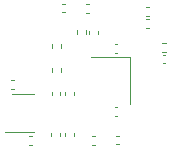
<source format=gbo>
%TF.GenerationSoftware,KiCad,Pcbnew,(5.1.10)-1*%
%TF.CreationDate,2021-11-23T23:34:30+08:00*%
%TF.ProjectId,ST-Link_v2-1,53542d4c-696e-46b5-9f76-322d312e6b69,rev?*%
%TF.SameCoordinates,Original*%
%TF.FileFunction,Legend,Bot*%
%TF.FilePolarity,Positive*%
%FSLAX46Y46*%
G04 Gerber Fmt 4.6, Leading zero omitted, Abs format (unit mm)*
G04 Created by KiCad (PCBNEW (5.1.10)-1) date 2021-11-23 23:34:30*
%MOMM*%
%LPD*%
G01*
G04 APERTURE LIST*
%ADD10C,0.120000*%
%ADD11R,1.200000X1.400000*%
%ADD12R,1.060000X0.650000*%
%ADD13R,1.850000X1.180000*%
%ADD14R,1.850000X0.300000*%
%ADD15R,1.250000X0.300000*%
G04 APERTURE END LIST*
D10*
%TO.C,Y1*%
X182371000Y-109887000D02*
X182371000Y-113887000D01*
X179071000Y-109887000D02*
X182371000Y-109887000D01*
%TO.C,U2*%
X174255000Y-116291000D02*
X171805000Y-116291000D01*
X172455000Y-113071000D02*
X174255000Y-113071000D01*
%TO.C,R20*%
X175769000Y-111151641D02*
X175769000Y-110844359D01*
X176529000Y-111151641D02*
X176529000Y-110844359D01*
%TO.C,R19*%
X176912000Y-113163641D02*
X176912000Y-112856359D01*
X177672000Y-113163641D02*
X177672000Y-112856359D01*
%TO.C,R16*%
X172312359Y-111888000D02*
X172619641Y-111888000D01*
X172312359Y-112648000D02*
X172619641Y-112648000D01*
%TO.C,R15*%
X185446641Y-109473000D02*
X185139359Y-109473000D01*
X185446641Y-108713000D02*
X185139359Y-108713000D01*
%TO.C,R13*%
X175759000Y-116650641D02*
X175759000Y-116343359D01*
X176519000Y-116650641D02*
X176519000Y-116343359D01*
%TO.C,R8*%
X176912000Y-116650641D02*
X176912000Y-116343359D01*
X177672000Y-116650641D02*
X177672000Y-116343359D01*
%TO.C,R7*%
X177928000Y-107976641D02*
X177928000Y-107669359D01*
X178688000Y-107976641D02*
X178688000Y-107669359D01*
%TO.C,R6*%
X179477641Y-117347000D02*
X179170359Y-117347000D01*
X179477641Y-116587000D02*
X179170359Y-116587000D01*
%TO.C,R5*%
X183742359Y-105665000D02*
X184049641Y-105665000D01*
X183742359Y-106425000D02*
X184049641Y-106425000D01*
%TO.C,R4*%
X183742359Y-106681000D02*
X184049641Y-106681000D01*
X183742359Y-107441000D02*
X184049641Y-107441000D01*
%TO.C,R3*%
X174143641Y-117347000D02*
X173836359Y-117347000D01*
X174143641Y-116587000D02*
X173836359Y-116587000D01*
%TO.C,R2*%
X176529000Y-108812359D02*
X176529000Y-109119641D01*
X175769000Y-108812359D02*
X175769000Y-109119641D01*
%TO.C,R1*%
X178969641Y-106171000D02*
X178662359Y-106171000D01*
X178969641Y-105411000D02*
X178662359Y-105411000D01*
%TO.C,C7*%
X181463836Y-117327000D02*
X181248164Y-117327000D01*
X181463836Y-116607000D02*
X181248164Y-116607000D01*
%TO.C,C6*%
X175789000Y-113137836D02*
X175789000Y-112922164D01*
X176509000Y-113137836D02*
X176509000Y-112922164D01*
%TO.C,C5*%
X176676164Y-105431000D02*
X176891836Y-105431000D01*
X176676164Y-106151000D02*
X176891836Y-106151000D01*
%TO.C,C4*%
X185185164Y-109749000D02*
X185400836Y-109749000D01*
X185185164Y-110469000D02*
X185400836Y-110469000D01*
%TO.C,C3*%
X181336836Y-109580000D02*
X181121164Y-109580000D01*
X181336836Y-108860000D02*
X181121164Y-108860000D01*
%TO.C,C2*%
X181336836Y-114914000D02*
X181121164Y-114914000D01*
X181336836Y-114194000D02*
X181121164Y-114194000D01*
%TO.C,C1*%
X179684000Y-107715164D02*
X179684000Y-107930836D01*
X178964000Y-107715164D02*
X178964000Y-107930836D01*
%TD*%
%LPC*%
D11*
%TO.C,Y1*%
X181571000Y-110787000D03*
X181571000Y-112987000D03*
X179871000Y-112987000D03*
X179871000Y-110787000D03*
%TD*%
D12*
%TO.C,U2*%
X172255000Y-115631000D03*
X172255000Y-114681000D03*
X172255000Y-113731000D03*
X174455000Y-113731000D03*
X174455000Y-115631000D03*
%TD*%
%TO.C,R20*%
G36*
G01*
X176334000Y-111778000D02*
X175964000Y-111778000D01*
G75*
G02*
X175829000Y-111643000I0J135000D01*
G01*
X175829000Y-111373000D01*
G75*
G02*
X175964000Y-111238000I135000J0D01*
G01*
X176334000Y-111238000D01*
G75*
G02*
X176469000Y-111373000I0J-135000D01*
G01*
X176469000Y-111643000D01*
G75*
G02*
X176334000Y-111778000I-135000J0D01*
G01*
G37*
G36*
G01*
X176334000Y-110758000D02*
X175964000Y-110758000D01*
G75*
G02*
X175829000Y-110623000I0J135000D01*
G01*
X175829000Y-110353000D01*
G75*
G02*
X175964000Y-110218000I135000J0D01*
G01*
X176334000Y-110218000D01*
G75*
G02*
X176469000Y-110353000I0J-135000D01*
G01*
X176469000Y-110623000D01*
G75*
G02*
X176334000Y-110758000I-135000J0D01*
G01*
G37*
%TD*%
%TO.C,R19*%
G36*
G01*
X177477000Y-113790000D02*
X177107000Y-113790000D01*
G75*
G02*
X176972000Y-113655000I0J135000D01*
G01*
X176972000Y-113385000D01*
G75*
G02*
X177107000Y-113250000I135000J0D01*
G01*
X177477000Y-113250000D01*
G75*
G02*
X177612000Y-113385000I0J-135000D01*
G01*
X177612000Y-113655000D01*
G75*
G02*
X177477000Y-113790000I-135000J0D01*
G01*
G37*
G36*
G01*
X177477000Y-112770000D02*
X177107000Y-112770000D01*
G75*
G02*
X176972000Y-112635000I0J135000D01*
G01*
X176972000Y-112365000D01*
G75*
G02*
X177107000Y-112230000I135000J0D01*
G01*
X177477000Y-112230000D01*
G75*
G02*
X177612000Y-112365000I0J-135000D01*
G01*
X177612000Y-112635000D01*
G75*
G02*
X177477000Y-112770000I-135000J0D01*
G01*
G37*
%TD*%
%TO.C,R16*%
G36*
G01*
X171686000Y-112453000D02*
X171686000Y-112083000D01*
G75*
G02*
X171821000Y-111948000I135000J0D01*
G01*
X172091000Y-111948000D01*
G75*
G02*
X172226000Y-112083000I0J-135000D01*
G01*
X172226000Y-112453000D01*
G75*
G02*
X172091000Y-112588000I-135000J0D01*
G01*
X171821000Y-112588000D01*
G75*
G02*
X171686000Y-112453000I0J135000D01*
G01*
G37*
G36*
G01*
X172706000Y-112453000D02*
X172706000Y-112083000D01*
G75*
G02*
X172841000Y-111948000I135000J0D01*
G01*
X173111000Y-111948000D01*
G75*
G02*
X173246000Y-112083000I0J-135000D01*
G01*
X173246000Y-112453000D01*
G75*
G02*
X173111000Y-112588000I-135000J0D01*
G01*
X172841000Y-112588000D01*
G75*
G02*
X172706000Y-112453000I0J135000D01*
G01*
G37*
%TD*%
%TO.C,R15*%
G36*
G01*
X186073000Y-108908000D02*
X186073000Y-109278000D01*
G75*
G02*
X185938000Y-109413000I-135000J0D01*
G01*
X185668000Y-109413000D01*
G75*
G02*
X185533000Y-109278000I0J135000D01*
G01*
X185533000Y-108908000D01*
G75*
G02*
X185668000Y-108773000I135000J0D01*
G01*
X185938000Y-108773000D01*
G75*
G02*
X186073000Y-108908000I0J-135000D01*
G01*
G37*
G36*
G01*
X185053000Y-108908000D02*
X185053000Y-109278000D01*
G75*
G02*
X184918000Y-109413000I-135000J0D01*
G01*
X184648000Y-109413000D01*
G75*
G02*
X184513000Y-109278000I0J135000D01*
G01*
X184513000Y-108908000D01*
G75*
G02*
X184648000Y-108773000I135000J0D01*
G01*
X184918000Y-108773000D01*
G75*
G02*
X185053000Y-108908000I0J-135000D01*
G01*
G37*
%TD*%
%TO.C,R13*%
G36*
G01*
X176324000Y-117277000D02*
X175954000Y-117277000D01*
G75*
G02*
X175819000Y-117142000I0J135000D01*
G01*
X175819000Y-116872000D01*
G75*
G02*
X175954000Y-116737000I135000J0D01*
G01*
X176324000Y-116737000D01*
G75*
G02*
X176459000Y-116872000I0J-135000D01*
G01*
X176459000Y-117142000D01*
G75*
G02*
X176324000Y-117277000I-135000J0D01*
G01*
G37*
G36*
G01*
X176324000Y-116257000D02*
X175954000Y-116257000D01*
G75*
G02*
X175819000Y-116122000I0J135000D01*
G01*
X175819000Y-115852000D01*
G75*
G02*
X175954000Y-115717000I135000J0D01*
G01*
X176324000Y-115717000D01*
G75*
G02*
X176459000Y-115852000I0J-135000D01*
G01*
X176459000Y-116122000D01*
G75*
G02*
X176324000Y-116257000I-135000J0D01*
G01*
G37*
%TD*%
%TO.C,R8*%
G36*
G01*
X177477000Y-117277000D02*
X177107000Y-117277000D01*
G75*
G02*
X176972000Y-117142000I0J135000D01*
G01*
X176972000Y-116872000D01*
G75*
G02*
X177107000Y-116737000I135000J0D01*
G01*
X177477000Y-116737000D01*
G75*
G02*
X177612000Y-116872000I0J-135000D01*
G01*
X177612000Y-117142000D01*
G75*
G02*
X177477000Y-117277000I-135000J0D01*
G01*
G37*
G36*
G01*
X177477000Y-116257000D02*
X177107000Y-116257000D01*
G75*
G02*
X176972000Y-116122000I0J135000D01*
G01*
X176972000Y-115852000D01*
G75*
G02*
X177107000Y-115717000I135000J0D01*
G01*
X177477000Y-115717000D01*
G75*
G02*
X177612000Y-115852000I0J-135000D01*
G01*
X177612000Y-116122000D01*
G75*
G02*
X177477000Y-116257000I-135000J0D01*
G01*
G37*
%TD*%
%TO.C,R7*%
G36*
G01*
X178493000Y-108603000D02*
X178123000Y-108603000D01*
G75*
G02*
X177988000Y-108468000I0J135000D01*
G01*
X177988000Y-108198000D01*
G75*
G02*
X178123000Y-108063000I135000J0D01*
G01*
X178493000Y-108063000D01*
G75*
G02*
X178628000Y-108198000I0J-135000D01*
G01*
X178628000Y-108468000D01*
G75*
G02*
X178493000Y-108603000I-135000J0D01*
G01*
G37*
G36*
G01*
X178493000Y-107583000D02*
X178123000Y-107583000D01*
G75*
G02*
X177988000Y-107448000I0J135000D01*
G01*
X177988000Y-107178000D01*
G75*
G02*
X178123000Y-107043000I135000J0D01*
G01*
X178493000Y-107043000D01*
G75*
G02*
X178628000Y-107178000I0J-135000D01*
G01*
X178628000Y-107448000D01*
G75*
G02*
X178493000Y-107583000I-135000J0D01*
G01*
G37*
%TD*%
%TO.C,R6*%
G36*
G01*
X180104000Y-116782000D02*
X180104000Y-117152000D01*
G75*
G02*
X179969000Y-117287000I-135000J0D01*
G01*
X179699000Y-117287000D01*
G75*
G02*
X179564000Y-117152000I0J135000D01*
G01*
X179564000Y-116782000D01*
G75*
G02*
X179699000Y-116647000I135000J0D01*
G01*
X179969000Y-116647000D01*
G75*
G02*
X180104000Y-116782000I0J-135000D01*
G01*
G37*
G36*
G01*
X179084000Y-116782000D02*
X179084000Y-117152000D01*
G75*
G02*
X178949000Y-117287000I-135000J0D01*
G01*
X178679000Y-117287000D01*
G75*
G02*
X178544000Y-117152000I0J135000D01*
G01*
X178544000Y-116782000D01*
G75*
G02*
X178679000Y-116647000I135000J0D01*
G01*
X178949000Y-116647000D01*
G75*
G02*
X179084000Y-116782000I0J-135000D01*
G01*
G37*
%TD*%
%TO.C,R5*%
G36*
G01*
X183116000Y-106230000D02*
X183116000Y-105860000D01*
G75*
G02*
X183251000Y-105725000I135000J0D01*
G01*
X183521000Y-105725000D01*
G75*
G02*
X183656000Y-105860000I0J-135000D01*
G01*
X183656000Y-106230000D01*
G75*
G02*
X183521000Y-106365000I-135000J0D01*
G01*
X183251000Y-106365000D01*
G75*
G02*
X183116000Y-106230000I0J135000D01*
G01*
G37*
G36*
G01*
X184136000Y-106230000D02*
X184136000Y-105860000D01*
G75*
G02*
X184271000Y-105725000I135000J0D01*
G01*
X184541000Y-105725000D01*
G75*
G02*
X184676000Y-105860000I0J-135000D01*
G01*
X184676000Y-106230000D01*
G75*
G02*
X184541000Y-106365000I-135000J0D01*
G01*
X184271000Y-106365000D01*
G75*
G02*
X184136000Y-106230000I0J135000D01*
G01*
G37*
%TD*%
%TO.C,R4*%
G36*
G01*
X183116000Y-107246000D02*
X183116000Y-106876000D01*
G75*
G02*
X183251000Y-106741000I135000J0D01*
G01*
X183521000Y-106741000D01*
G75*
G02*
X183656000Y-106876000I0J-135000D01*
G01*
X183656000Y-107246000D01*
G75*
G02*
X183521000Y-107381000I-135000J0D01*
G01*
X183251000Y-107381000D01*
G75*
G02*
X183116000Y-107246000I0J135000D01*
G01*
G37*
G36*
G01*
X184136000Y-107246000D02*
X184136000Y-106876000D01*
G75*
G02*
X184271000Y-106741000I135000J0D01*
G01*
X184541000Y-106741000D01*
G75*
G02*
X184676000Y-106876000I0J-135000D01*
G01*
X184676000Y-107246000D01*
G75*
G02*
X184541000Y-107381000I-135000J0D01*
G01*
X184271000Y-107381000D01*
G75*
G02*
X184136000Y-107246000I0J135000D01*
G01*
G37*
%TD*%
%TO.C,R3*%
G36*
G01*
X174770000Y-116782000D02*
X174770000Y-117152000D01*
G75*
G02*
X174635000Y-117287000I-135000J0D01*
G01*
X174365000Y-117287000D01*
G75*
G02*
X174230000Y-117152000I0J135000D01*
G01*
X174230000Y-116782000D01*
G75*
G02*
X174365000Y-116647000I135000J0D01*
G01*
X174635000Y-116647000D01*
G75*
G02*
X174770000Y-116782000I0J-135000D01*
G01*
G37*
G36*
G01*
X173750000Y-116782000D02*
X173750000Y-117152000D01*
G75*
G02*
X173615000Y-117287000I-135000J0D01*
G01*
X173345000Y-117287000D01*
G75*
G02*
X173210000Y-117152000I0J135000D01*
G01*
X173210000Y-116782000D01*
G75*
G02*
X173345000Y-116647000I135000J0D01*
G01*
X173615000Y-116647000D01*
G75*
G02*
X173750000Y-116782000I0J-135000D01*
G01*
G37*
%TD*%
%TO.C,R2*%
G36*
G01*
X175964000Y-108186000D02*
X176334000Y-108186000D01*
G75*
G02*
X176469000Y-108321000I0J-135000D01*
G01*
X176469000Y-108591000D01*
G75*
G02*
X176334000Y-108726000I-135000J0D01*
G01*
X175964000Y-108726000D01*
G75*
G02*
X175829000Y-108591000I0J135000D01*
G01*
X175829000Y-108321000D01*
G75*
G02*
X175964000Y-108186000I135000J0D01*
G01*
G37*
G36*
G01*
X175964000Y-109206000D02*
X176334000Y-109206000D01*
G75*
G02*
X176469000Y-109341000I0J-135000D01*
G01*
X176469000Y-109611000D01*
G75*
G02*
X176334000Y-109746000I-135000J0D01*
G01*
X175964000Y-109746000D01*
G75*
G02*
X175829000Y-109611000I0J135000D01*
G01*
X175829000Y-109341000D01*
G75*
G02*
X175964000Y-109206000I135000J0D01*
G01*
G37*
%TD*%
%TO.C,R1*%
G36*
G01*
X179596000Y-105606000D02*
X179596000Y-105976000D01*
G75*
G02*
X179461000Y-106111000I-135000J0D01*
G01*
X179191000Y-106111000D01*
G75*
G02*
X179056000Y-105976000I0J135000D01*
G01*
X179056000Y-105606000D01*
G75*
G02*
X179191000Y-105471000I135000J0D01*
G01*
X179461000Y-105471000D01*
G75*
G02*
X179596000Y-105606000I0J-135000D01*
G01*
G37*
G36*
G01*
X178576000Y-105606000D02*
X178576000Y-105976000D01*
G75*
G02*
X178441000Y-106111000I-135000J0D01*
G01*
X178171000Y-106111000D01*
G75*
G02*
X178036000Y-105976000I0J135000D01*
G01*
X178036000Y-105606000D01*
G75*
G02*
X178171000Y-105471000I135000J0D01*
G01*
X178441000Y-105471000D01*
G75*
G02*
X178576000Y-105606000I0J-135000D01*
G01*
G37*
%TD*%
D13*
%TO.C,J2*%
X170053000Y-107993000D03*
X170053000Y-115273000D03*
D14*
X170053000Y-108883000D03*
D15*
X170053000Y-109383000D03*
X170053000Y-109883000D03*
X170053000Y-110383000D03*
X170053000Y-110883000D03*
X170053000Y-111383000D03*
X170053000Y-111883000D03*
X170053000Y-112383000D03*
X170053000Y-112883000D03*
X170053000Y-113383000D03*
X170053000Y-113883000D03*
D14*
X170053000Y-114383000D03*
%TD*%
%TO.C,C7*%
G36*
G01*
X182116000Y-116797000D02*
X182116000Y-117137000D01*
G75*
G02*
X181976000Y-117277000I-140000J0D01*
G01*
X181696000Y-117277000D01*
G75*
G02*
X181556000Y-117137000I0J140000D01*
G01*
X181556000Y-116797000D01*
G75*
G02*
X181696000Y-116657000I140000J0D01*
G01*
X181976000Y-116657000D01*
G75*
G02*
X182116000Y-116797000I0J-140000D01*
G01*
G37*
G36*
G01*
X181156000Y-116797000D02*
X181156000Y-117137000D01*
G75*
G02*
X181016000Y-117277000I-140000J0D01*
G01*
X180736000Y-117277000D01*
G75*
G02*
X180596000Y-117137000I0J140000D01*
G01*
X180596000Y-116797000D01*
G75*
G02*
X180736000Y-116657000I140000J0D01*
G01*
X181016000Y-116657000D01*
G75*
G02*
X181156000Y-116797000I0J-140000D01*
G01*
G37*
%TD*%
%TO.C,C6*%
G36*
G01*
X176319000Y-113790000D02*
X175979000Y-113790000D01*
G75*
G02*
X175839000Y-113650000I0J140000D01*
G01*
X175839000Y-113370000D01*
G75*
G02*
X175979000Y-113230000I140000J0D01*
G01*
X176319000Y-113230000D01*
G75*
G02*
X176459000Y-113370000I0J-140000D01*
G01*
X176459000Y-113650000D01*
G75*
G02*
X176319000Y-113790000I-140000J0D01*
G01*
G37*
G36*
G01*
X176319000Y-112830000D02*
X175979000Y-112830000D01*
G75*
G02*
X175839000Y-112690000I0J140000D01*
G01*
X175839000Y-112410000D01*
G75*
G02*
X175979000Y-112270000I140000J0D01*
G01*
X176319000Y-112270000D01*
G75*
G02*
X176459000Y-112410000I0J-140000D01*
G01*
X176459000Y-112690000D01*
G75*
G02*
X176319000Y-112830000I-140000J0D01*
G01*
G37*
%TD*%
%TO.C,C5*%
G36*
G01*
X176024000Y-105961000D02*
X176024000Y-105621000D01*
G75*
G02*
X176164000Y-105481000I140000J0D01*
G01*
X176444000Y-105481000D01*
G75*
G02*
X176584000Y-105621000I0J-140000D01*
G01*
X176584000Y-105961000D01*
G75*
G02*
X176444000Y-106101000I-140000J0D01*
G01*
X176164000Y-106101000D01*
G75*
G02*
X176024000Y-105961000I0J140000D01*
G01*
G37*
G36*
G01*
X176984000Y-105961000D02*
X176984000Y-105621000D01*
G75*
G02*
X177124000Y-105481000I140000J0D01*
G01*
X177404000Y-105481000D01*
G75*
G02*
X177544000Y-105621000I0J-140000D01*
G01*
X177544000Y-105961000D01*
G75*
G02*
X177404000Y-106101000I-140000J0D01*
G01*
X177124000Y-106101000D01*
G75*
G02*
X176984000Y-105961000I0J140000D01*
G01*
G37*
%TD*%
%TO.C,C4*%
G36*
G01*
X184533000Y-110279000D02*
X184533000Y-109939000D01*
G75*
G02*
X184673000Y-109799000I140000J0D01*
G01*
X184953000Y-109799000D01*
G75*
G02*
X185093000Y-109939000I0J-140000D01*
G01*
X185093000Y-110279000D01*
G75*
G02*
X184953000Y-110419000I-140000J0D01*
G01*
X184673000Y-110419000D01*
G75*
G02*
X184533000Y-110279000I0J140000D01*
G01*
G37*
G36*
G01*
X185493000Y-110279000D02*
X185493000Y-109939000D01*
G75*
G02*
X185633000Y-109799000I140000J0D01*
G01*
X185913000Y-109799000D01*
G75*
G02*
X186053000Y-109939000I0J-140000D01*
G01*
X186053000Y-110279000D01*
G75*
G02*
X185913000Y-110419000I-140000J0D01*
G01*
X185633000Y-110419000D01*
G75*
G02*
X185493000Y-110279000I0J140000D01*
G01*
G37*
%TD*%
%TO.C,C3*%
G36*
G01*
X181989000Y-109050000D02*
X181989000Y-109390000D01*
G75*
G02*
X181849000Y-109530000I-140000J0D01*
G01*
X181569000Y-109530000D01*
G75*
G02*
X181429000Y-109390000I0J140000D01*
G01*
X181429000Y-109050000D01*
G75*
G02*
X181569000Y-108910000I140000J0D01*
G01*
X181849000Y-108910000D01*
G75*
G02*
X181989000Y-109050000I0J-140000D01*
G01*
G37*
G36*
G01*
X181029000Y-109050000D02*
X181029000Y-109390000D01*
G75*
G02*
X180889000Y-109530000I-140000J0D01*
G01*
X180609000Y-109530000D01*
G75*
G02*
X180469000Y-109390000I0J140000D01*
G01*
X180469000Y-109050000D01*
G75*
G02*
X180609000Y-108910000I140000J0D01*
G01*
X180889000Y-108910000D01*
G75*
G02*
X181029000Y-109050000I0J-140000D01*
G01*
G37*
%TD*%
%TO.C,C2*%
G36*
G01*
X181989000Y-114384000D02*
X181989000Y-114724000D01*
G75*
G02*
X181849000Y-114864000I-140000J0D01*
G01*
X181569000Y-114864000D01*
G75*
G02*
X181429000Y-114724000I0J140000D01*
G01*
X181429000Y-114384000D01*
G75*
G02*
X181569000Y-114244000I140000J0D01*
G01*
X181849000Y-114244000D01*
G75*
G02*
X181989000Y-114384000I0J-140000D01*
G01*
G37*
G36*
G01*
X181029000Y-114384000D02*
X181029000Y-114724000D01*
G75*
G02*
X180889000Y-114864000I-140000J0D01*
G01*
X180609000Y-114864000D01*
G75*
G02*
X180469000Y-114724000I0J140000D01*
G01*
X180469000Y-114384000D01*
G75*
G02*
X180609000Y-114244000I140000J0D01*
G01*
X180889000Y-114244000D01*
G75*
G02*
X181029000Y-114384000I0J-140000D01*
G01*
G37*
%TD*%
%TO.C,C1*%
G36*
G01*
X179154000Y-107063000D02*
X179494000Y-107063000D01*
G75*
G02*
X179634000Y-107203000I0J-140000D01*
G01*
X179634000Y-107483000D01*
G75*
G02*
X179494000Y-107623000I-140000J0D01*
G01*
X179154000Y-107623000D01*
G75*
G02*
X179014000Y-107483000I0J140000D01*
G01*
X179014000Y-107203000D01*
G75*
G02*
X179154000Y-107063000I140000J0D01*
G01*
G37*
G36*
G01*
X179154000Y-108023000D02*
X179494000Y-108023000D01*
G75*
G02*
X179634000Y-108163000I0J-140000D01*
G01*
X179634000Y-108443000D01*
G75*
G02*
X179494000Y-108583000I-140000J0D01*
G01*
X179154000Y-108583000D01*
G75*
G02*
X179014000Y-108443000I0J140000D01*
G01*
X179014000Y-108163000D01*
G75*
G02*
X179154000Y-108023000I140000J0D01*
G01*
G37*
%TD*%
M02*

</source>
